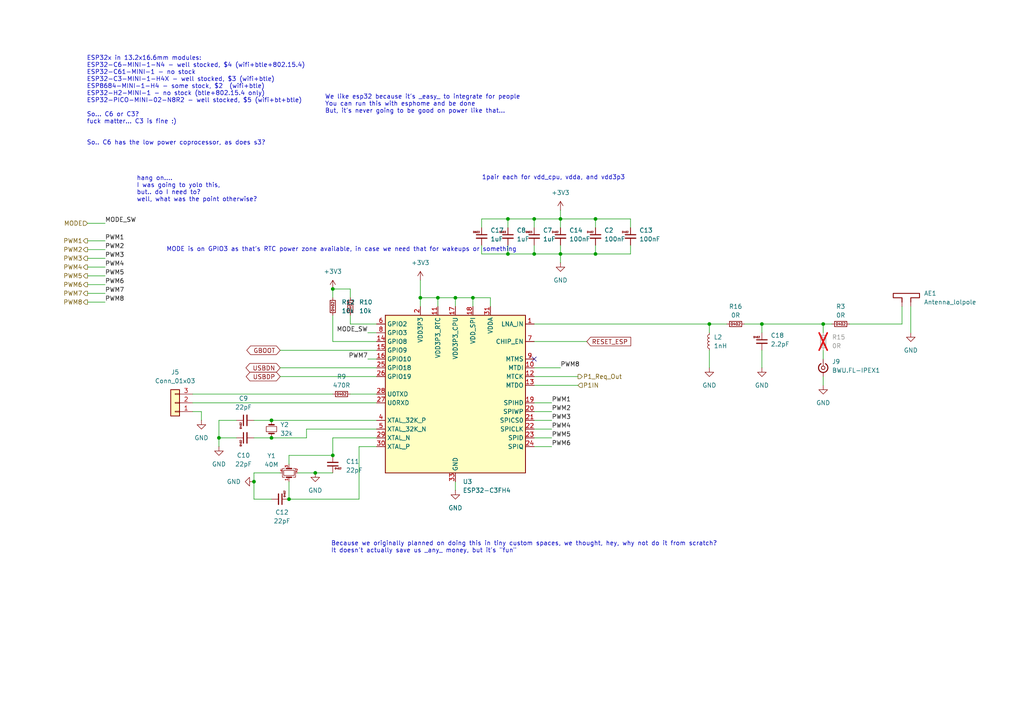
<source format=kicad_sch>
(kicad_sch (version 20250114) (generator "eeschema") (generator_version "9.0")
  (paper "A4")
  (lib_symbols
    (symbol "Connector_Generic:Conn_01x03" (pin_names (offset 1.016) (hide yes))
      (property "Reference" "J" (at 0 5.08 0))
      (property "Value" "Conn_01x03" (at 0 -5.08 0))
      (symbol "Conn_01x03_1_1"
        (rectangle (start -1.27 3.81) (end 1.27 -3.81) (stroke (width 0.254)) (fill (type background)))
        (rectangle (start -1.27 2.667) (end 0 2.413) (stroke (width 0.1524)))
        (rectangle (start -1.27 0.127) (end 0 -0.127) (stroke (width 0.1524)))
        (rectangle (start -1.27 -2.413) (end 0 -2.667) (stroke (width 0.1524)))
        (pin passive line (at -5.08 2.54 0) (length 3.81) (name "Pin_1") (number "1"))
        (pin passive line (at -5.08 0 0) (length 3.81) (name "Pin_2") (number "2"))
        (pin passive line (at -5.08 -2.54 0) (length 3.81) (name "Pin_3") (number "3"))
      )
    )
    (symbol "Device:Antenna_Dipole" (pin_numbers (hide yes)) (pin_names (offset 1.016) (hide yes))
      (property "Reference" "AE" (at 1.27 1.27 0))
      (property "Value" "Antenna_Dipole" (at 1.27 0 0))
      (symbol "Antenna_Dipole_0_1"
        (polyline (pts (xy 2.54 -3.81) (xy 2.54 -2.54) (xy 5.08 -2.54) (xy 5.08 -1.27) (xy -2.54 -1.27) (xy -2.54 -2.54) (xy 0 -2.54) (xy 0 -3.81)) (stroke (width 0.254)))
      )
      (symbol "Antenna_Dipole_1_1"
        (pin input line (at 0 -5.08 90) (length 2.54) (name "~") (number "1"))
        (pin input line (at 2.54 -5.08 90) (length 2.54) (name "~") (number "2"))
      )
    )
    (symbol "Device:L_Small" (pin_numbers (hide yes)) (pin_names (offset 0.254) (hide yes))
      (property "Reference" "L" (at 0.762 1.016 0))
      (property "Value" "L_Small" (at 0.762 -1.016 0))
      (symbol "L_Small_0_1"
        (arc (start 0 2.032) (mid 0.5058 1.524) (end 0 1.016))
        (arc (start 0 1.016) (mid 0.5058 0.508) (end 0 0))
        (arc (start 0 0) (mid 0.5058 -0.508) (end 0 -1.016))
        (arc (start 0 -1.016) (mid 0.5058 -1.524) (end 0 -2.032))
      )
      (symbol "L_Small_1_1"
        (pin passive line (at 0 2.54 270) (length 0.508) (name "~") (number "1"))
        (pin passive line (at 0 -2.54 90) (length 0.508) (name "~") (number "2"))
      )
    )
    (symbol "karl-atomic-basic:Crystal_32k_3215_Q13FC13500004" (pin_numbers (hide yes)) (pin_names (offset 1.016) (hide yes))
      (property "Reference" "Y" (at 0 2.54 0))
      (property "Value" "Crystal_32k_3215_Q13FC13500004" (at 0 -2.54 0))
      (symbol "Crystal_32k_3215_Q13FC13500004_0_1"
        (polyline (pts (xy -1.27 -0.762) (xy -1.27 0.762)) (stroke (width 0.381)))
        (rectangle (start -0.762 -1.524) (end 0.762 1.524))
        (polyline (pts (xy 1.27 -0.762) (xy 1.27 0.762)) (stroke (width 0.381)))
      )
      (symbol "Crystal_32k_3215_Q13FC13500004_1_1"
        (pin passive line (at -2.54 0 0) (length 1.27) (name "1") (number "1"))
        (pin passive line (at 2.54 0 180) (length 1.27) (name "2") (number "2"))
      )
    )
    (symbol "karl-atomic-basic:KC0402_100nF_16V" (pin_numbers (hide yes)) (pin_names (offset 0.254) (hide yes))
      (property "Reference" "C" (at 0.254 1.778 0))
      (property "Value" "100nF" (at 0.254 -2.032 0))
      (symbol "KC0402_100nF_16V_0_1"
        (polyline (pts (xy -1.524 0.508) (xy 1.524 0.508)) (stroke (width 0.3048)))
        (polyline (pts (xy -1.524 -0.508) (xy 1.524 -0.508)) (stroke (width 0.3302)))
      )
      (symbol "KC0402_100nF_16V_1_1"
        (text "0402" (at -1.524 1.27 0) (effects (font (size 0.508 0.508))))
        (pin passive line (at 0 2.54 270) (length 2.032) (name "~") (number "1"))
        (pin passive line (at 0 -2.54 90) (length 2.032) (name "~") (number "2"))
      )
    )
    (symbol "karl-atomic-basic:KC0402_2.2pF" (pin_numbers (hide yes)) (pin_names (offset 0.254) (hide yes))
      (property "Reference" "C" (at 0.254 1.778 0))
      (property "Value" "2.2pF" (at 0.254 -2.032 0))
      (symbol "KC0402_2.2pF_0_1"
        (polyline (pts (xy -1.524 0.508) (xy 1.524 0.508)) (stroke (width 0.3048)))
        (polyline (pts (xy -1.524 -0.508) (xy 1.524 -0.508)) (stroke (width 0.3302)))
      )
      (symbol "KC0402_2.2pF_1_1"
        (text "0402" (at -1.524 1.27 0) (effects (font (size 0.508 0.508))))
        (pin passive line (at 0 2.54 270) (length 2.032) (name "~") (number "1"))
        (pin passive line (at 0 -2.54 90) (length 2.032) (name "~") (number "2"))
      )
    )
    (symbol "karl-atomic-basic:KC0402_22pF" (pin_numbers (hide yes)) (pin_names (offset 0.254) (hide yes))
      (property "Reference" "C" (at 0.254 1.778 0))
      (property "Value" "22pF" (at 0.254 -2.032 0))
      (symbol "KC0402_22pF_0_1"
        (polyline (pts (xy -1.524 0.508) (xy 1.524 0.508)) (stroke (width 0.3048)))
        (polyline (pts (xy -1.524 -0.508) (xy 1.524 -0.508)) (stroke (width 0.3302)))
      )
      (symbol "KC0402_22pF_1_1"
        (text "0402" (at -1.524 1.27 0) (effects (font (size 0.508 0.508))))
        (pin passive line (at 0 2.54 270) (length 2.032) (name "~") (number "1"))
        (pin passive line (at 0 -2.54 90) (length 2.032) (name "~") (number "2"))
      )
    )
    (symbol "karl-atomic-basic:KC0603_1uF" (pin_numbers (hide yes)) (pin_names (offset 0.254) (hide yes))
      (property "Reference" "C" (at 0.254 1.778 0))
      (property "Value" "1uF" (at 0.254 -2.032 0))
      (symbol "KC0603_1uF_0_1"
        (polyline (pts (xy -1.524 0.508) (xy 1.524 0.508)) (stroke (width 0.3048)))
        (polyline (pts (xy -1.524 -0.508) (xy 1.524 -0.508)) (stroke (width 0.3302)))
      )
      (symbol "KC0603_1uF_1_1"
        (text "0603" (at -1.524 1.27 0) (effects (font (size 0.508 0.508))))
        (pin passive line (at 0 2.54 270) (length 2.032) (name "~") (number "1"))
        (pin passive line (at 0 -2.54 90) (length 2.032) (name "~") (number "2"))
      )
    )
    (symbol "karl-atomic-basic:KR0402_0R" (pin_numbers (hide yes)) (pin_names (offset 0.254) (hide yes))
      (property "Reference" "R" (at 0.762 0.508 0))
      (property "Value" "0R" (at 0.762 -1.016 0))
      (symbol "KR0402_0R_0_1"
        (rectangle (start -0.762 1.778) (end 0.762 -1.778) (stroke (width 0.2032)))
      )
      (symbol "KR0402_0R_1_1"
        (text "0402" (at 0 0 900) (effects (font (size 0.762 0.762))))
        (pin passive line (at 0 2.54 270) (length 0.762) (name "~") (number "1"))
        (pin passive line (at 0 -2.54 90) (length 0.762) (name "~") (number "2"))
      )
    )
    (symbol "karl-atomic-basic:KR0402_10k" (pin_numbers (hide yes)) (pin_names (offset 0.254) (hide yes))
      (property "Reference" "R" (at 0.762 0.508 0))
      (property "Value" "10k" (at 0.762 -1.016 0))
      (symbol "KR0402_10k_0_1"
        (rectangle (start -0.762 1.778) (end 0.762 -1.778) (stroke (width 0.2032)))
      )
      (symbol "KR0402_10k_1_1"
        (text "0402" (at 0 0 900) (effects (font (size 0.762 0.762))))
        (pin passive line (at 0 2.54 270) (length 0.762) (name "~") (number "1"))
        (pin passive line (at 0 -2.54 90) (length 0.762) (name "~") (number "2"))
      )
    )
    (symbol "karl-atomic-basic:KR0402_470R" (pin_numbers (hide yes)) (pin_names (offset 0.254) (hide yes))
      (property "Reference" "R" (at 0.762 0.508 0))
      (property "Value" "470R" (at 0.762 -1.016 0))
      (symbol "KR0402_470R_0_1"
        (rectangle (start -0.762 1.778) (end 0.762 -1.778) (stroke (width 0.2032)))
      )
      (symbol "KR0402_470R_1_1"
        (text "0402" (at 0 0 900) (effects (font (size 0.762 0.762))))
        (pin passive line (at 0 2.54 270) (length 0.762) (name "~") (number "1"))
        (pin passive line (at 0 -2.54 90) (length 0.762) (name "~") (number "2"))
      )
    )
    (symbol "karl-parts:Connector_BWU.FL-IPEX1" (pin_numbers (hide yes)) (pin_names (offset 1.016) (hide yes))
      (property "Reference" "J" (at 0.254 3.048 0))
      (property "Value" "Connector_BWU.FL-IPEX1" (at 0 -3.81 0))
      (symbol "Connector_BWU.FL-IPEX1_0_1"
        (polyline (pts (xy -2.54 0) (xy -0.508 0)))
        (circle (center 0 0) (radius 0.508) (stroke (width 0.2032)))
      )
      (symbol "Connector_BWU.FL-IPEX1_1_1"
        (arc (start 1.3484 0.0039) (mid 0.327 -1.308) (end -1.1916 -0.6311) (stroke (width 0.3048)))
        (arc (start -1.1916 0.6311) (mid 0.327 1.3081) (end 1.3484 -0.0039) (stroke (width 0.3048)))
        (pin passive line (at -2.54 0 0) (length 1.27) (name "In") (number "1"))
        (pin passive line (at 2.54 0 180) (length 1.27) (name "Ext") (number "2"))
      )
    )
    (symbol "karl-parts:Crystal_40M_2016_TAXM40M4ZHBCDT2T" (pin_names (offset 1.016) (hide yes))
      (property "Reference" "Y" (at 1.27 4.445 0))
      (property "Value" "Crystal_32M_2016_XTM20032000DT00351005" (at 1.27 2.54 0))
      (symbol "Crystal_40M_2016_TAXM40M4ZHBCDT2T_0_1"
        (polyline (pts (xy -1.27 1.27) (xy -1.27 1.905) (xy 1.27 1.905) (xy 1.27 1.27)))
        (polyline (pts (xy -1.27 -0.762) (xy -1.27 0.762)) (stroke (width 0.381)))
        (polyline (pts (xy -1.27 -1.27) (xy -1.27 -1.905) (xy 1.27 -1.905) (xy 1.27 -1.27)))
        (rectangle (start -0.762 -1.524) (end 0.762 1.524))
        (polyline (pts (xy 1.27 -0.762) (xy 1.27 0.762)) (stroke (width 0.381)))
      )
      (symbol "Crystal_40M_2016_TAXM40M4ZHBCDT2T_1_1"
        (pin passive line (at -2.54 0 0) (length 1.27) (name "1") (number "1"))
        (pin passive line (at 0 2.54 270) (length 0.635) (name "4") (number "4"))
        (pin passive line (at 0 -2.54 90) (length 0.635) (name "2") (number "2"))
        (pin passive line (at 2.54 0 180) (length 1.27) (name "3") (number "3"))
      )
    )
    (symbol "karl-parts:ESP32-C3FH4"
      (property "Reference" "U" (at -17.272 23.876 0))
      (property "Value" "ESP32-C3FH4" (at 16.256 23.876 0))
      (symbol "ESP32-C3FH4_1_1"
        (rectangle (start -20.32 22.86) (end 20.32 -22.86) (stroke (width 0.254)) (fill (type background)))
        (pin bidirectional line (at -22.86 20.32 0) (length 2.54) (name "GPIO2") (number "6"))
        (pin bidirectional line (at -22.86 17.78 0) (length 2.54) (name "GPIO3") (number "8"))
        (pin bidirectional line (at -22.86 15.24 0) (length 2.54) (name "GPIO8") (number "14"))
        (pin bidirectional line (at -22.86 12.7 0) (length 2.54) (name "GPIO9") (number "15"))
        (pin bidirectional line (at -22.86 10.16 0) (length 2.54) (name "GPIO10") (number "16"))
        (pin bidirectional line (at -22.86 7.62 0) (length 2.54) (name "GPIO18") (number "25"))
        (pin bidirectional line (at -22.86 5.08 0) (length 2.54) (name "GPIO19") (number "26"))
        (pin bidirectional line (at -22.86 0 0) (length 2.54) (name "U0TXD") (number "28"))
        (pin bidirectional line (at -22.86 -2.54 0) (length 2.54) (name "U0RXD") (number "27"))
        (pin bidirectional line (at -22.86 -7.62 0) (length 2.54) (name "XTAL_32K_P") (number "4"))
        (pin bidirectional line (at -22.86 -10.16 0) (length 2.54) (name "XTAL_32K_N") (number "5"))
        (pin bidirectional line (at -22.86 -12.7 0) (length 2.54) (name "XTAL_N") (number "29"))
        (pin bidirectional line (at -22.86 -15.24 0) (length 2.54) (name "XTAL_P") (number "30"))
        (pin power_in line (at -10.16 25.4 270) (length 2.54) (name "VDD3P3") (number "2"))
        (pin passive line (at -10.16 25.4 270) (length 2.54) (hide yes) (name "VDD3P3") (number "3"))
        (pin power_in line (at -5.08 25.4 270) (length 2.54) (name "VDD3P3_RTC") (number "11"))
        (pin power_in line (at 0 25.4 270) (length 2.54) (name "VDD3P3_CPU") (number "17"))
        (pin power_in line (at 0 -25.4 90) (length 2.54) (name "GND") (number "33"))
        (pin power_out line (at 5.08 25.4 270) (length 2.54) (name "VDD_SPI") (number "18"))
        (pin power_in line (at 10.16 25.4 270) (length 2.54) (name "VDDA") (number "31"))
        (pin passive line (at 10.16 25.4 270) (length 2.54) (hide yes) (name "VDDA") (number "32"))
        (pin bidirectional line (at 22.86 20.32 180) (length 2.54) (name "LNA_IN") (number "1"))
        (pin bidirectional line (at 22.86 15.24 180) (length 2.54) (name "CHIP_EN") (number "7"))
        (pin bidirectional line (at 22.86 10.16 180) (length 2.54) (name "MTMS") (number "9"))
        (pin bidirectional line (at 22.86 7.62 180) (length 2.54) (name "MTDI") (number "10"))
        (pin bidirectional line (at 22.86 5.08 180) (length 2.54) (name "MTCK") (number "12"))
        (pin bidirectional line (at 22.86 2.54 180) (length 2.54) (name "MTDO") (number "13"))
        (pin bidirectional line (at 22.86 -2.54 180) (length 2.54) (name "SPIHD") (number "19"))
        (pin bidirectional line (at 22.86 -5.08 180) (length 2.54) (name "SPIWP") (number "20"))
        (pin bidirectional line (at 22.86 -7.62 180) (length 2.54) (name "SPICS0") (number "21"))
        (pin bidirectional line (at 22.86 -10.16 180) (length 2.54) (name "SPICLK") (number "22"))
        (pin bidirectional line (at 22.86 -12.7 180) (length 2.54) (name "SPID") (number "23"))
        (pin bidirectional line (at 22.86 -15.24 180) (length 2.54) (name "SPIQ") (number "24"))
      )
    )
    (symbol "power:+3V3" (power) (pin_numbers (hide yes)) (pin_names (offset 0) (hide yes))
      (property "Value" "+3V3" (at 0 3.556 0))
      (symbol "+3V3_0_1"
        (polyline (pts (xy -0.762 1.27) (xy 0 2.54)))
        (polyline (pts (xy 0 2.54) (xy 0.762 1.27)))
        (polyline (pts (xy 0 0) (xy 0 2.54)))
      )
      (symbol "+3V3_1_1"
        (pin power_in line (at 0 0 90) (length 0) (name "~") (number "1"))
      )
    )
    (symbol "power:GND" (power) (pin_numbers (hide yes)) (pin_names (offset 0) (hide yes))
      (property "Value" "GND" (at 0 -3.81 0))
      (symbol "GND_0_1"
        (polyline (pts (xy 0 0) (xy 0 -1.27) (xy 1.27 -1.27) (xy 0 -2.54) (xy -1.27 -1.27) (xy 0 -1.27)))
      )
      (symbol "GND_1_1"
        (pin power_in line (at 0 0 270) (length 0) (name "~") (number "1"))
      )
    )
  )
  (text "hang on....\nI was going to yolo this,\nbut.. do I need to?\nwell, what was the point otherwise?" (at 39.624 54.864 0) (effects (font (size 1.27 1.27)) (justify left)))
  (text "MODE is on GPIO3 as that's RTC power zone available, in case we need that for wakeups or something" (at 99.06 72.39 0) (effects (font (size 1.27 1.27))))
  (text "ESP32x in 13.2x16.6mm modules:\nESP32-C6-MINI-1-N4 - well stocked, $4 (wifi+btle+802.15.4)\nESP32-C61-MINI-1 - no stock\nESP32-C3-MINI-1-H4X - well stocked, $3 (wifi+btle)\nESP8684-MINI-1-H4 - some stock, $2  (wifi+btle)\nESP32-H2-MINI-1 - no stock (btle+802.15.4 only)\nESP32-PICO-MINI-02-N8R2 - well stocked, $5 (wifi+bt+btle)\n\nSo... C6 or C3?\nfuck matter... C3 is fine :)\n\n\nSo.. C6 has the low power coprocessor, as does s3?" (at 25.146 29.21 0) (effects (font (size 1.27 1.27)) (justify left)))
  (text "Because we originally planned on doing this in tiny custom spaces, we thought, hey, why not do it from scratch?\nIt doesn't actually save us _any_ money, but it's \"fun\"" (at 96.012 158.75 0) (effects (font (size 1.27 1.27)) (justify left)))
  (text "We like esp32 because it's _easy_ to integrate for people\nYou can run this with esphome and be done\nBut, it's never going to be good on power like that..." (at 94.234 30.226 0) (effects (font (size 1.27 1.27)) (justify left)))
  (text "1pair each for vdd_cpu, vdda, and vdd3p3" (at 160.528 51.562 0) (effects (font (size 1.27 1.27))))
  (junction (at 132.08 86.36))
  (junction (at 137.16 86.36))
  (junction (at 121.92 86.36))
  (junction (at 162.56 73.66))
  (junction (at 147.32 63.5))
  (junction (at 78.74 121.92))
  (junction (at 96.52 132.08))
  (junction (at 238.76 93.98))
  (junction (at 154.94 63.5))
  (junction (at 73.66 139.7))
  (junction (at 172.72 63.5))
  (junction (at 172.72 73.66))
  (junction (at 127 86.36))
  (junction (at 83.82 144.78))
  (junction (at 220.98 93.98))
  (junction (at 147.32 73.66))
  (junction (at 78.74 127))
  (junction (at 96.52 83.82))
  (junction (at 91.44 137.16))
  (junction (at 154.94 73.66))
  (junction (at 63.5 127))
  (junction (at 162.56 63.5))
  (junction (at 205.74 93.98))
  (no_connect (at 154.94 104.14))
  (wire (pts (xy 246.38 93.98) (xy 261.62 93.98)))
  (wire (pts (xy 101.6 83.82) (xy 96.52 83.82)))
  (wire (pts (xy 132.08 88.9) (xy 132.08 86.36)))
  (wire (pts (xy 78.74 121.92) (xy 109.22 121.92)))
  (wire (pts (xy 132.08 139.7) (xy 132.08 142.24)))
  (wire (pts (xy 63.5 121.92) (xy 63.5 127)))
  (wire (pts (xy 139.7 66.04) (xy 139.7 63.5)))
  (wire (pts (xy 220.98 101.6) (xy 220.98 106.68)))
  (wire (pts (xy 68.58 121.92) (xy 63.5 121.92)))
  (wire (pts (xy 55.88 114.3) (xy 96.52 114.3)))
  (wire (pts (xy 86.36 137.16) (xy 91.44 137.16)))
  (wire (pts (xy 154.94 71.12) (xy 154.94 73.66)))
  (wire (pts (xy 101.6 114.3) (xy 109.22 114.3)))
  (wire (pts (xy 55.88 116.84) (xy 109.22 116.84)))
  (wire (pts (xy 162.56 73.66) (xy 162.56 76.2)))
  (wire (pts (xy 55.88 119.38) (xy 58.42 119.38)))
  (wire (pts (xy 137.16 86.36) (xy 137.16 88.9)))
  (wire (pts (xy 182.88 66.04) (xy 182.88 63.5)))
  (wire (pts (xy 25.4 85.09) (xy 30.48 85.09)))
  (wire (pts (xy 25.4 80.01) (xy 30.48 80.01)))
  (wire (pts (xy 25.4 74.93) (xy 30.48 74.93)))
  (wire (pts (xy 73.66 127) (xy 78.74 127)))
  (wire (pts (xy 121.92 86.36) (xy 121.92 88.9)))
  (wire (pts (xy 162.56 71.12) (xy 162.56 73.66)))
  (wire (pts (xy 83.82 144.78) (xy 104.14 144.78)))
  (wire (pts (xy 182.88 73.66) (xy 172.72 73.66)))
  (wire (pts (xy 25.4 64.77) (xy 30.48 64.77)))
  (wire (pts (xy 139.7 71.12) (xy 139.7 73.66)))
  (wire (pts (xy 83.82 132.08) (xy 83.82 134.62)))
  (wire (pts (xy 238.76 93.98) (xy 238.76 96.52)))
  (wire (pts (xy 109.22 127) (xy 96.52 127)))
  (wire (pts (xy 106.68 104.14) (xy 109.22 104.14)))
  (wire (pts (xy 83.82 139.7) (xy 83.82 144.78)))
  (wire (pts (xy 154.94 99.06) (xy 170.18 99.06)))
  (wire (pts (xy 73.66 121.92) (xy 78.74 121.92)))
  (wire (pts (xy 104.14 144.78) (xy 104.14 129.54)))
  (wire (pts (xy 78.74 144.78) (xy 73.66 144.78)))
  (wire (pts (xy 147.32 63.5) (xy 147.32 66.04)))
  (wire (pts (xy 104.14 129.54) (xy 109.22 129.54)))
  (wire (pts (xy 182.88 71.12) (xy 182.88 73.66)))
  (wire (pts (xy 154.94 106.68) (xy 162.56 106.68)))
  (wire (pts (xy 106.68 96.52) (xy 109.22 96.52)))
  (wire (pts (xy 147.32 73.66) (xy 154.94 73.66)))
  (wire (pts (xy 109.22 93.98) (xy 101.6 93.98)))
  (wire (pts (xy 154.94 63.5) (xy 162.56 63.5)))
  (wire (pts (xy 121.92 81.28) (xy 121.92 86.36)))
  (wire (pts (xy 172.72 73.66) (xy 162.56 73.66)))
  (wire (pts (xy 172.72 71.12) (xy 172.72 73.66)))
  (wire (pts (xy 238.76 101.6) (xy 238.76 104.14)))
  (wire (pts (xy 25.4 77.47) (xy 30.48 77.47)))
  (wire (pts (xy 25.4 69.85) (xy 30.48 69.85)))
  (wire (pts (xy 78.74 127) (xy 88.9 127)))
  (wire (pts (xy 25.4 72.39) (xy 30.48 72.39)))
  (wire (pts (xy 96.52 127) (xy 96.52 132.08)))
  (wire (pts (xy 96.52 132.08) (xy 83.82 132.08)))
  (wire (pts (xy 205.74 93.98) (xy 210.82 93.98)))
  (wire (pts (xy 81.28 109.22) (xy 109.22 109.22)))
  (wire (pts (xy 96.52 99.06) (xy 96.52 91.44)))
  (wire (pts (xy 88.9 124.46) (xy 88.9 127)))
  (wire (pts (xy 81.28 137.16) (xy 73.66 137.16)))
  (wire (pts (xy 109.22 124.46) (xy 88.9 124.46)))
  (wire (pts (xy 147.32 63.5) (xy 154.94 63.5)))
  (wire (pts (xy 154.94 111.76) (xy 167.64 111.76)))
  (wire (pts (xy 63.5 127) (xy 63.5 129.54)))
  (wire (pts (xy 154.94 127) (xy 160.02 127)))
  (wire (pts (xy 238.76 93.98) (xy 241.3 93.98)))
  (wire (pts (xy 139.7 73.66) (xy 147.32 73.66)))
  (wire (pts (xy 162.56 63.5) (xy 162.56 66.04)))
  (wire (pts (xy 81.28 101.6) (xy 109.22 101.6)))
  (wire (pts (xy 109.22 99.06) (xy 96.52 99.06)))
  (wire (pts (xy 154.94 93.98) (xy 205.74 93.98)))
  (wire (pts (xy 162.56 60.96) (xy 162.56 63.5)))
  (wire (pts (xy 238.76 109.22) (xy 238.76 111.76)))
  (wire (pts (xy 154.94 116.84) (xy 160.02 116.84)))
  (wire (pts (xy 137.16 86.36) (xy 142.24 86.36)))
  (wire (pts (xy 25.4 87.63) (xy 30.48 87.63)))
  (wire (pts (xy 58.42 119.38) (xy 58.42 121.92)))
  (wire (pts (xy 147.32 71.12) (xy 147.32 73.66)))
  (wire (pts (xy 154.94 124.46) (xy 160.02 124.46)))
  (wire (pts (xy 220.98 93.98) (xy 220.98 96.52)))
  (wire (pts (xy 261.62 88.9) (xy 261.62 93.98)))
  (wire (pts (xy 154.94 129.54) (xy 160.02 129.54)))
  (wire (pts (xy 73.66 137.16) (xy 73.66 139.7)))
  (wire (pts (xy 101.6 93.98) (xy 101.6 91.44)))
  (wire (pts (xy 73.66 144.78) (xy 73.66 139.7)))
  (wire (pts (xy 132.08 86.36) (xy 137.16 86.36)))
  (wire (pts (xy 68.58 127) (xy 63.5 127)))
  (wire (pts (xy 220.98 93.98) (xy 238.76 93.98)))
  (wire (pts (xy 264.16 88.9) (xy 264.16 96.52)))
  (wire (pts (xy 154.94 121.92) (xy 160.02 121.92)))
  (wire (pts (xy 205.74 93.98) (xy 205.74 96.52)))
  (wire (pts (xy 121.92 86.36) (xy 127 86.36)))
  (wire (pts (xy 182.88 63.5) (xy 172.72 63.5)))
  (wire (pts (xy 215.9 93.98) (xy 220.98 93.98)))
  (wire (pts (xy 81.28 106.68) (xy 109.22 106.68)))
  (wire (pts (xy 172.72 63.5) (xy 162.56 63.5)))
  (wire (pts (xy 154.94 73.66) (xy 162.56 73.66)))
  (wire (pts (xy 25.4 82.55) (xy 30.48 82.55)))
  (wire (pts (xy 127 86.36) (xy 132.08 86.36)))
  (wire (pts (xy 154.94 119.38) (xy 160.02 119.38)))
  (wire (pts (xy 96.52 83.82) (xy 96.52 86.36)))
  (wire (pts (xy 154.94 63.5) (xy 154.94 66.04)))
  (wire (pts (xy 172.72 66.04) (xy 172.72 63.5)))
  (wire (pts (xy 91.44 137.16) (xy 96.52 137.16)))
  (wire (pts (xy 142.24 88.9) (xy 142.24 86.36)))
  (wire (pts (xy 139.7 63.5) (xy 147.32 63.5)))
  (wire (pts (xy 127 88.9) (xy 127 86.36)))
  (wire (pts (xy 154.94 109.22) (xy 167.64 109.22)))
  (wire (pts (xy 205.74 101.6) (xy 205.74 106.68)))
  (wire (pts (xy 101.6 86.36) (xy 101.6 83.82)))
  (label "PWM1" (at 160.02 116.84 0))
  (label "PWM8" (at 162.56 106.68 0))
  (label "PWM4" (at 160.02 124.46 0))
  (label "PWM5" (at 160.02 127 0))
  (label "MODE_SW" (at 30.48 64.77 0))
  (label "PWM4" (at 30.48 77.47 0))
  (label "PWM6" (at 160.02 129.54 0))
  (label "MODE_SW" (at 106.68 96.52 180))
  (label "PWM5" (at 30.48 80.01 0))
  (label "PWM6" (at 30.48 82.55 0))
  (label "PWM2" (at 30.48 72.39 0))
  (label "PWM7" (at 30.48 85.09 0))
  (label "PWM8" (at 30.48 87.63 0))
  (label "PWM2" (at 160.02 119.38 0))
  (label "PWM3" (at 160.02 121.92 0))
  (label "PWM1" (at 30.48 69.85 0))
  (label "PWM7" (at 106.68 104.14 180))
  (label "PWM3" (at 30.48 74.93 0))
  (global_label "RESET_ESP" (shape input) (at 170.18 99.06 0) (property "Intersheetrefs" "${INTERSHEET_REFS}" (effects (hide yes))))
  (global_label "USBDN" (shape bidirectional) (at 81.28 106.68 180) (property "Intersheetrefs" "${INTERSHEET_REFS}" (effects (hide yes))))
  (global_label "GBOOT" (shape bidirectional) (at 81.28 101.6 180) (property "Intersheetrefs" "${INTERSHEET_REFS}" (effects (hide yes))))
  (global_label "USBDP" (shape bidirectional) (at 81.28 109.22 180) (property "Intersheetrefs" "${INTERSHEET_REFS}" (effects (hide yes))))
  (hierarchical_label "PWM5" (shape output) (at 25.4 80.01 180))
  (hierarchical_label "P1_Req_Out" (shape output) (at 167.64 109.22 0))
  (hierarchical_label "MODE" (shape input) (at 25.4 64.77 180))
  (hierarchical_label "PWM6" (shape output) (at 25.4 82.55 180))
  (hierarchical_label "PWM1" (shape output) (at 25.4 69.85 180))
  (hierarchical_label "P1IN" (shape input) (at 167.64 111.76 0))
  (hierarchical_label "PWM3" (shape output) (at 25.4 74.93 180))
  (hierarchical_label "PWM8" (shape output) (at 25.4 87.63 180))
  (hierarchical_label "PWM2" (shape output) (at 25.4 72.39 180))
  (hierarchical_label "PWM7" (shape output) (at 25.4 85.09 180))
  (hierarchical_label "PWM4" (shape output) (at 25.4 77.47 180))
  (symbol (lib_id "power:GND") (at 91.44 137.16 0) (unit 1)
    (property "Reference" "#PWR013" (effects (hide yes)))
    (property "Value" "GND" (at 91.44 142.24 0))
    (property "Description" "Power symbol creates a global label with name \"GND\" , ground" (effects (hide yes)))
  )
  (symbol (lib_id "karl-atomic-basic:KC0402_22pF") (at 71.12 127 90) (unit 1)
    (property "Reference" "C10" (at 70.6172 132.08 90))
    (property "Value" "22pF" (at 70.6172 134.62 90))
    (property "Footprint" "Capacitor_SMD:C_0402_1005Metric" (effects (hide yes)))
    (property "Description" "50V, C0G" (effects (hide yes)))
    (property "MPN" "0402CG220J500NT" (effects (hide yes)))
    (property "LCSC Part #" "C1555" (effects (hide yes)))
    (property "jlcbasic" "basic" (effects (hide yes)))
  )
  (symbol (lib_id "karl-atomic-basic:KC0402_100nF_16V") (at 162.56 68.58 0) (unit 1)
    (property "Reference" "C14" (at 165.1 66.8071 0) (effects (justify left)))
    (property "Value" "100nF" (at 165.1 69.3471 0) (effects (justify left)))
    (property "Footprint" "Capacitor_SMD:C_0402_1005Metric" (effects (hide yes)))
    (property "Description" "16V X7R" (effects (hide yes)))
    (property "MPN" "CL05B104KO5NNNC" (effects (hide yes)))
    (property "LCSC Part #" "C1525" (effects (hide yes)))
    (property "jlcbasic" "basic" (effects (hide yes)))
  )
  (symbol (lib_id "karl-atomic-basic:KR0402_0R") (at 213.36 93.98 90) (unit 1)
    (property "Reference" "R16" (at 213.36 88.9 90))
    (property "Value" "0R" (at 213.36 91.44 90))
    (property "Footprint" "Resistor_SMD:R_0402_1005Metric" (effects (hide yes)))
    (property "Description" "Resistor, 0603" (effects (hide yes)))
    (property "LCSC Part #" "C17168" (effects (hide yes)))
    (property "MPN" "0402WGF0000TCE" (effects (hide yes)))
    (property "jlcbasic" "basic" (effects (hide yes)))
  )
  (symbol (lib_id "karl-atomic-basic:Crystal_32k_3215_Q13FC13500004") (at 78.74 124.46 90) (unit 1)
    (property "Reference" "Y2" (at 81.28 123.1899 90) (effects (justify right)))
    (property "Value" "32k" (at 81.28 125.7299 90) (effects (justify right)))
    (property "Footprint" "Crystal:Crystal_SMD_3215-2Pin_3.2x1.5mm" (effects (hide yes)))
    (property "Datasheet" "https://www.lcsc.com/datasheet/C32346.pdf" (effects (hide yes)))
    (property "Description" "32.768kHz 70kΩ Crystal ±20ppm SMD3215-2P, 12.5pF" (effects (hide yes)))
    (property "MPN" "Q13FC13500004" (effects (hide yes)))
    (property "LCSC Part #" "C32346" (effects (hide yes)))
    (property "jlcbasic" "basic" (effects (hide yes)))
  )
  (symbol (lib_id "power:GND") (at 132.08 142.24 0) (unit 1)
    (property "Reference" "#PWR015" (effects (hide yes)))
    (property "Value" "GND" (at 132.08 147.32 0))
    (property "Description" "Power symbol creates a global label with name \"GND\" , ground" (effects (hide yes)))
  )
  (symbol (lib_id "karl-atomic-basic:KC0402_22pF") (at 71.12 121.92 90) (unit 1)
    (property "Reference" "C9" (at 70.6172 115.57 90))
    (property "Value" "22pF" (at 70.6172 118.11 90))
    (property "Footprint" "Capacitor_SMD:C_0402_1005Metric" (effects (hide yes)))
    (property "Description" "50V, C0G" (effects (hide yes)))
    (property "MPN" "0402CG220J500NT" (effects (hide yes)))
    (property "LCSC Part #" "C1555" (effects (hide yes)))
    (property "jlcbasic" "basic" (effects (hide yes)))
  )
  (symbol (lib_id "Device:Antenna_Dipole") (at 261.62 83.82 0) (unit 1)
    (property "Reference" "AE1" (at 267.97 85.0899 0) (effects (justify left)))
    (property "Value" "Antenna_lolpole" (at 267.97 87.6299 0) (effects (justify left)))
    (property "Footprint" "RF_Experiments:ANT-YOLOPOLE" (effects (hide yes)))
    (property "Description" "Dipole antenna" (effects (hide yes)))
  )
  (symbol (lib_id "karl-atomic-basic:KC0402_2.2pF") (at 220.98 99.06 0) (unit 1)
    (property "Reference" "C18" (at 223.52 97.2871 0) (effects (justify left)))
    (property "Value" "2.2pF" (at 223.52 99.8271 0) (effects (justify left)))
    (property "Footprint" "Capacitor_SMD:C_0402_1005Metric" (effects (hide yes)))
    (property "Description" "50V, C0G" (effects (hide yes)))
    (property "MPN" "0402CG2R2C500NT" (effects (hide yes)))
    (property "LCSC Part #" "C1559" (effects (hide yes)))
    (property "jlcbasic" "basic" (effects (hide yes)))
  )
  (symbol (lib_id "power:+3V3") (at 96.52 83.82 0) (unit 1)
    (property "Reference" "#PWR030" (effects (hide yes)))
    (property "Value" "+3V3" (at 96.52 78.74 0))
    (property "Description" "Power symbol creates a global label with name \"+3V3\"" (effects (hide yes)))
  )
  (symbol (lib_id "karl-parts:ESP32-C3FH4") (at 132.08 114.3 0) (unit 1)
    (property "Reference" "U3" (at 134.2233 139.7 0) (effects (justify left)))
    (property "Value" "ESP32-C3FH4" (at 134.2233 142.24 0) (effects (justify left)))
    (property "Footprint" "Package_DFN_QFN:QFN-32-1EP_5x5mm_P0.5mm_EP3.7x3.7mm" (effects (hide yes)))
    (property "Datasheet" "https://www.espressif.com/sites/default/files/documentation/esp32-c3_datasheet_en.pdf" (effects (hide yes)))
    (property "Description" "RF Module, ESP32 SoC, RISC-V, WiFi 802.11b/n/g, Bluetooth LE 5, QFN32" (effects (hide yes)))
    (property "MPN" "ESP32-C3FH4" (effects (hide yes)))
    (property "LCSC Part #" "C2858491" (effects (hide yes)))
  )
  (symbol (lib_id "karl-atomic-basic:KR0402_470R") (at 99.06 114.3 90) (unit 1)
    (property "Reference" "R9" (at 99.06 109.22 90))
    (property "Value" "470R" (at 99.06 111.76 90))
    (property "Footprint" "Resistor_SMD:R_0402_1005Metric" (effects (hide yes)))
    (property "Description" "Resistor, 0603" (effects (hide yes)))
    (property "LCSC Part #" "C25117" (effects (hide yes)))
    (property "MPN" "0402WGF4700TCE" (effects (hide yes)))
    (property "jlcbasic" "basic" (effects (hide yes)))
  )
  (symbol (lib_id "karl-atomic-basic:KC0402_100nF_16V") (at 182.88 68.58 0) (unit 1)
    (property "Reference" "C13" (at 185.42 66.8071 0) (effects (justify left)))
    (property "Value" "100nF" (at 185.42 69.3471 0) (effects (justify left)))
    (property "Footprint" "Capacitor_SMD:C_0402_1005Metric" (effects (hide yes)))
    (property "Description" "16V X7R" (effects (hide yes)))
    (property "MPN" "CL05B104KO5NNNC" (effects (hide yes)))
    (property "LCSC Part #" "C1525" (effects (hide yes)))
    (property "jlcbasic" "basic" (effects (hide yes)))
  )
  (symbol (lib_id "karl-atomic-basic:KR0402_0R") (at 238.76 99.06 180) (unit 1) (dnp yes)
    (property "Reference" "R15" (at 241.3 97.7899 0) (effects (justify right)))
    (property "Value" "0R" (at 241.3 100.3299 0) (effects (justify right)))
    (property "Footprint" "Resistor_SMD:R_0402_1005Metric" (effects (hide yes)))
    (property "Description" "Resistor, 0603" (effects (hide yes)))
    (property "LCSC Part #" "C17168" (effects (hide yes)))
    (property "MPN" "0402WGF0000TCE" (effects (hide yes)))
    (property "jlcbasic" "basic" (effects (hide yes)))
  )
  (symbol (lib_id "karl-atomic-basic:KC0603_1uF") (at 147.32 68.58 0) (unit 1)
    (property "Reference" "C8" (at 149.86 66.8071 0) (effects (justify left)))
    (property "Value" "1uF" (at 149.86 69.3471 0) (effects (justify left)))
    (property "Footprint" "Capacitor_SMD:C_0603_1608Metric" (effects (hide yes)))
    (property "Description" "50V, X5R" (effects (hide yes)))
    (property "MPN" "CL10A105KB8NNNC" (effects (hide yes)))
    (property "LCSC Part #" "C15849" (effects (hide yes)))
    (property "jlcbasic" "basic" (effects (hide yes)))
  )
  (symbol (lib_id "karl-atomic-basic:KR0402_0R") (at 243.84 93.98 90) (unit 1)
    (property "Reference" "R3" (at 243.84 88.9 90))
    (property "Value" "0R" (at 243.84 91.44 90))
    (property "Footprint" "Resistor_SMD:R_0402_1005Metric" (effects (hide yes)))
    (property "Description" "Resistor, 0603" (effects (hide yes)))
    (property "LCSC Part #" "C17168" (effects (hide yes)))
    (property "MPN" "0402WGF0000TCE" (effects (hide yes)))
    (property "jlcbasic" "basic" (effects (hide yes)))
  )
  (symbol (lib_id "karl-parts:Crystal_40M_2016_TAXM40M4ZHBCDT2T") (at 83.82 137.16 90) (unit 1)
    (property "Reference" "Y1" (at 78.74 132.2068 90))
    (property "Value" "40M" (at 78.74 134.7468 90))
    (property "Footprint" "Crystal:Crystal_SMD_2016-4Pin_2.0x1.6mm" (effects (hide yes)))
    (property "Datasheet" "https://wmsc.lcsc.com/wmsc/upload/file/pdf/v2/lcsc/2304031830_Yajingxin-TAXM40M4ZHBCDT2T_C424432.pdf" (effects (hide yes)))
    (property "Description" "40MHz 15pf 10ppm, 2016-4 crystal" (effects (hide yes)))
    (property "MPN" "TAXM40M4ZHBCDT2T" (effects (hide yes)))
    (property "LCSC Part #" "C424432" (effects (hide yes)))
  )
  (symbol (lib_id "karl-atomic-basic:KR0402_10k") (at 96.52 88.9 0) (unit 1)
    (property "Reference" "R12" (at 99.06 87.6299 0) (effects (justify left)))
    (property "Value" "10k" (at 99.06 90.1699 0) (effects (justify left)))
    (property "Footprint" "Resistor_SMD:R_0402_1005Metric" (effects (hide yes)))
    (property "Description" "Resistor, 0603" (effects (hide yes)))
    (property "LCSC Part #" "C25744" (effects (hide yes)))
    (property "MPN" "0402WGF1002TCE" (effects (hide yes)))
    (property "jlcbasic" "basic" (effects (hide yes)))
  )
  (symbol (lib_id "karl-atomic-basic:KC0402_22pF") (at 96.52 134.62 180) (unit 1)
    (property "Reference" "C11" (at 100.33 133.8527 0) (effects (justify right)))
    (property "Value" "22pF" (at 100.33 136.3927 0) (effects (justify right)))
    (property "Footprint" "Capacitor_SMD:C_0402_1005Metric" (effects (hide yes)))
    (property "Description" "50V, C0G" (effects (hide yes)))
    (property "MPN" "0402CG220J500NT" (effects (hide yes)))
    (property "LCSC Part #" "C1555" (effects (hide yes)))
    (property "jlcbasic" "basic" (effects (hide yes)))
  )
  (symbol (lib_id "power:GND") (at 238.76 111.76 0) (unit 1)
    (property "Reference" "#PWR034" (effects (hide yes)))
    (property "Value" "GND" (at 238.76 116.84 0))
    (property "Description" "Power symbol creates a global label with name \"GND\" , ground" (effects (hide yes)))
  )
  (symbol (lib_id "power:+3V3") (at 162.56 60.96 0) (unit 1)
    (property "Reference" "#PWR024" (effects (hide yes)))
    (property "Value" "+3V3" (at 162.56 55.88 0))
    (property "Description" "Power symbol creates a global label with name \"+3V3\"" (effects (hide yes)))
  )
  (symbol (lib_id "karl-atomic-basic:KC0603_1uF") (at 139.7 68.58 0) (unit 1)
    (property "Reference" "C17" (at 142.24 66.8071 0) (effects (justify left)))
    (property "Value" "1uF" (at 142.24 69.3471 0) (effects (justify left)))
    (property "Footprint" "Capacitor_SMD:C_0603_1608Metric" (effects (hide yes)))
    (property "Description" "50V, X5R" (effects (hide yes)))
    (property "MPN" "CL10A105KB8NNNC" (effects (hide yes)))
    (property "LCSC Part #" "C15849" (effects (hide yes)))
    (property "jlcbasic" "basic" (effects (hide yes)))
  )
  (symbol (lib_id "Connector_Generic:Conn_01x03") (at 50.8 116.84 180) (unit 1) (in_bom no)
    (property "Reference" "J5" (at 50.8 107.95 0))
    (property "Value" "Conn_01x03" (at 50.8 110.49 0))
    (property "Footprint" "Connector_PinHeader_2.54mm:PinHeader_1x03_P2.54mm_Vertical" (effects (hide yes)))
    (property "Description" "Generic connector, single row, 01x03, script generated (kicad-library-utils/schlib/autogen/connector/)" (effects (hide yes)))
  )
  (symbol (lib_id "Device:L_Small") (at 205.74 99.06 180) (unit 1)
    (property "Reference" "L2" (at 207.01 97.7899 0) (effects (justify right)))
    (property "Value" "1nH" (at 207.01 100.3299 0) (effects (justify right)))
    (property "Footprint" "Inductor_SMD:L_0402_1005Metric" (effects (hide yes)))
    (property "Description" "Inductor, small symbol" (effects (hide yes)))
    (property "MPN" "LQG15HS1N0S02D" (effects (hide yes)))
    (property "LCSC Part #" "C18222" (effects (hide yes)))
  )
  (symbol (lib_id "karl-parts:Connector_BWU.FL-IPEX1") (at 238.76 106.68 270) (unit 1)
    (property "Reference" "J9" (at 241.3 104.8903 90) (effects (justify left)))
    (property "Value" "BWU.FL-IPEX1" (at 241.3 107.4303 90) (effects (justify left)))
    (property "Footprint" "Connector_Coaxial:U.FL_Hirose_U.FL-R-SMT-1_Vertical" (effects (hide yes)))
    (property "Description" "u.FL IPEX connector" (effects (hide yes)))
    (property "MPN" "BWU.FL-IPEX1" (effects (hide yes)))
    (property "LCSC Part #" "C5137195" (effects (hide yes)))
  )
  (symbol (lib_id "power:GND") (at 73.66 139.7 270) (unit 1)
    (property "Reference" "#PWR014" (effects (hide yes)))
    (property "Value" "GND" (at 69.85 139.6999 90) (effects (justify right)))
    (property "Description" "Power symbol creates a global label with name \"GND\" , ground" (effects (hide yes)))
  )
  (symbol (lib_id "power:+3V3") (at 121.92 81.28 0) (unit 1)
    (property "Reference" "#PWR016" (effects (hide yes)))
    (property "Value" "+3V3" (at 121.92 76.2 0))
    (property "Description" "Power symbol creates a global label with name \"+3V3\"" (effects (hide yes)))
  )
  (symbol (lib_id "karl-atomic-basic:KC0402_100nF_16V") (at 172.72 68.58 0) (unit 1)
    (property "Reference" "C2" (at 175.26 66.8071 0) (effects (justify left)))
    (property "Value" "100nF" (at 175.26 69.3471 0) (effects (justify left)))
    (property "Footprint" "Capacitor_SMD:C_0402_1005Metric" (effects (hide yes)))
    (property "Description" "16V X7R" (effects (hide yes)))
    (property "MPN" "CL05B104KO5NNNC" (effects (hide yes)))
    (property "LCSC Part #" "C1525" (effects (hide yes)))
    (property "jlcbasic" "basic" (effects (hide yes)))
  )
  (symbol (lib_id "karl-atomic-basic:KC0402_22pF") (at 81.28 144.78 270) (unit 1)
    (property "Reference" "C12" (at 81.7828 148.59 90))
    (property "Value" "22pF" (at 81.7828 151.13 90))
    (property "Footprint" "Capacitor_SMD:C_0402_1005Metric" (effects (hide yes)))
    (property "Description" "50V, C0G" (effects (hide yes)))
    (property "MPN" "0402CG220J500NT" (effects (hide yes)))
    (property "LCSC Part #" "C1555" (effects (hide yes)))
    (property "jlcbasic" "basic" (effects (hide yes)))
  )
  (symbol (lib_id "power:GND") (at 63.5 129.54 0) (unit 1)
    (property "Reference" "#PWR012" (effects (hide yes)))
    (property "Value" "GND" (at 63.5 134.62 0))
    (property "Description" "Power symbol creates a global label with name \"GND\" , ground" (effects (hide yes)))
  )
  (symbol (lib_id "karl-atomic-basic:KR0402_10k") (at 101.6 88.9 0) (unit 1)
    (property "Reference" "R10" (at 104.14 87.6299 0) (effects (justify left)))
    (property "Value" "10k" (at 104.14 90.1699 0) (effects (justify left)))
    (property "Footprint" "Resistor_SMD:R_0402_1005Metric" (effects (hide yes)))
    (property "Description" "Resistor, 0603" (effects (hide yes)))
    (property "LCSC Part #" "C25744" (effects (hide yes)))
    (property "MPN" "0402WGF1002TCE" (effects (hide yes)))
    (property "jlcbasic" "basic" (effects (hide yes)))
  )
  (symbol (lib_id "power:GND") (at 162.56 76.2 0) (unit 1)
    (property "Reference" "#PWR025" (effects (hide yes)))
    (property "Value" "GND" (at 162.56 81.28 0))
    (property "Description" "Power symbol creates a global label with name \"GND\" , ground" (effects (hide yes)))
  )
  (symbol (lib_id "power:GND") (at 220.98 106.68 0) (unit 1)
    (property "Reference" "#PWR037" (effects (hide yes)))
    (property "Value" "GND" (at 220.98 111.76 0))
    (property "Description" "Power symbol creates a global label with name \"GND\" , ground" (effects (hide yes)))
  )
  (symbol (lib_id "power:GND") (at 205.74 106.68 0) (unit 1)
    (property "Reference" "#PWR036" (effects (hide yes)))
    (property "Value" "GND" (at 205.74 111.76 0))
    (property "Description" "Power symbol creates a global label with name \"GND\" , ground" (effects (hide yes)))
  )
  (symbol (lib_id "power:GND") (at 58.42 121.92 0) (unit 1)
    (property "Reference" "#PWR026" (effects (hide yes)))
    (property "Value" "GND" (at 58.42 127 0))
    (property "Description" "Power symbol creates a global label with name \"GND\" , ground" (effects (hide yes)))
  )
  (symbol (lib_id "power:GND") (at 264.16 96.52 0) (unit 1)
    (property "Reference" "#PWR035" (effects (hide yes)))
    (property "Value" "GND" (at 264.16 101.6 0))
    (property "Description" "Power symbol creates a global label with name \"GND\" , ground" (effects (hide yes)))
  )
  (symbol (lib_id "karl-atomic-basic:KC0603_1uF") (at 154.94 68.58 0) (unit 1)
    (property "Reference" "C7" (at 157.48 66.8071 0) (effects (justify left)))
    (property "Value" "1uF" (at 157.48 69.3471 0) (effects (justify left)))
    (property "Footprint" "Capacitor_SMD:C_0603_1608Metric" (effects (hide yes)))
    (property "Description" "50V, X5R" (effects (hide yes)))
    (property "MPN" "CL10A105KB8NNNC" (effects (hide yes)))
    (property "LCSC Part #" "C15849" (effects (hide yes)))
    (property "jlcbasic" "basic" (effects (hide yes)))
  )
)
</source>
